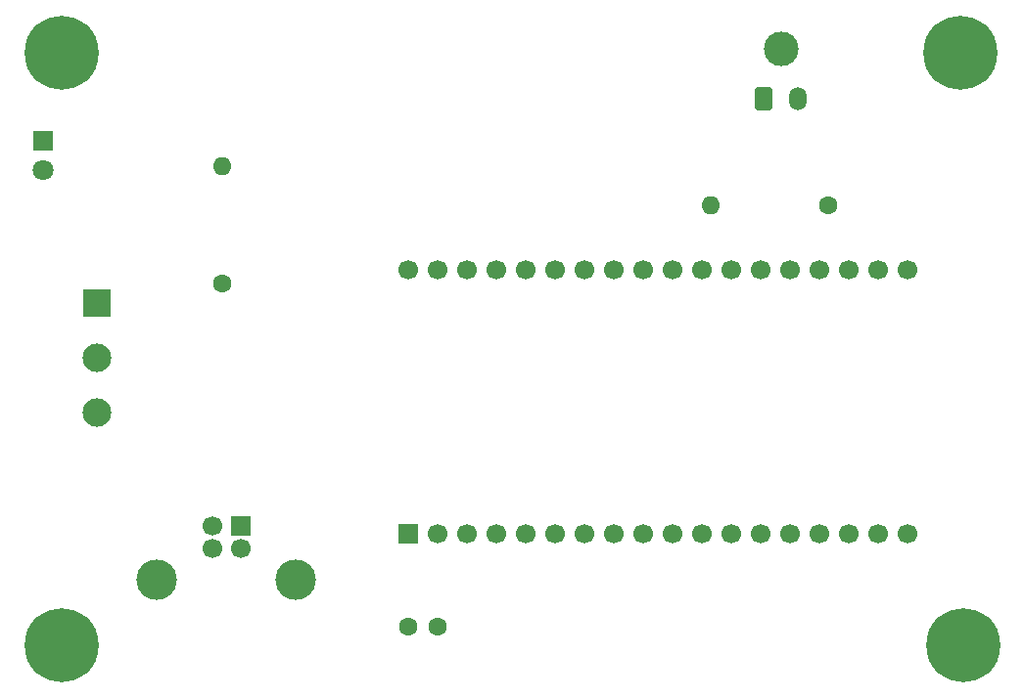
<source format=gts>
G04 #@! TF.GenerationSoftware,KiCad,Pcbnew,(6.0.6)*
G04 #@! TF.CreationDate,2023-04-23T18:47:12-02:30*
G04 #@! TF.ProjectId,EStopTX,4553746f-7054-4582-9e6b-696361645f70,rev?*
G04 #@! TF.SameCoordinates,Original*
G04 #@! TF.FileFunction,Soldermask,Top*
G04 #@! TF.FilePolarity,Negative*
%FSLAX46Y46*%
G04 Gerber Fmt 4.6, Leading zero omitted, Abs format (unit mm)*
G04 Created by KiCad (PCBNEW (6.0.6)) date 2023-04-23 18:47:12*
%MOMM*%
%LPD*%
G01*
G04 APERTURE LIST*
G04 Aperture macros list*
%AMRoundRect*
0 Rectangle with rounded corners*
0 $1 Rounding radius*
0 $2 $3 $4 $5 $6 $7 $8 $9 X,Y pos of 4 corners*
0 Add a 4 corners polygon primitive as box body*
4,1,4,$2,$3,$4,$5,$6,$7,$8,$9,$2,$3,0*
0 Add four circle primitives for the rounded corners*
1,1,$1+$1,$2,$3*
1,1,$1+$1,$4,$5*
1,1,$1+$1,$6,$7*
1,1,$1+$1,$8,$9*
0 Add four rect primitives between the rounded corners*
20,1,$1+$1,$2,$3,$4,$5,0*
20,1,$1+$1,$4,$5,$6,$7,0*
20,1,$1+$1,$6,$7,$8,$9,0*
20,1,$1+$1,$8,$9,$2,$3,0*%
G04 Aperture macros list end*
%ADD10C,0.800000*%
%ADD11C,6.400000*%
%ADD12R,1.800000X1.800000*%
%ADD13C,1.800000*%
%ADD14R,1.700000X1.700000*%
%ADD15C,1.700000*%
%ADD16C,3.500000*%
%ADD17R,2.475000X2.475000*%
%ADD18C,2.475000*%
%ADD19C,1.600000*%
%ADD20O,1.600000X1.600000*%
%ADD21C,3.000000*%
%ADD22RoundRect,0.250001X-0.499999X-0.759999X0.499999X-0.759999X0.499999X0.759999X-0.499999X0.759999X0*%
%ADD23O,1.500000X2.020000*%
G04 APERTURE END LIST*
D10*
X98124944Y-61802944D03*
X101519056Y-65197056D03*
X98124944Y-65197056D03*
X102222000Y-63500000D03*
X97422000Y-63500000D03*
X101519056Y-61802944D03*
X99822000Y-65900000D03*
X99822000Y-61100000D03*
D11*
X99822000Y-63500000D03*
D12*
X98200000Y-71125000D03*
D13*
X98200000Y-73665000D03*
D10*
X175400000Y-114808000D03*
X176102944Y-116505056D03*
X177800000Y-112408000D03*
X180200000Y-114808000D03*
X176102944Y-113110944D03*
X179497056Y-113110944D03*
X179497056Y-116505056D03*
X177800000Y-117208000D03*
D11*
X177800000Y-114808000D03*
D14*
X115350000Y-104447500D03*
D15*
X112850000Y-104447500D03*
X112850000Y-106447500D03*
X115350000Y-106447500D03*
D16*
X120120000Y-109157500D03*
X108080000Y-109157500D03*
D10*
X177546000Y-65900000D03*
D11*
X177546000Y-63500000D03*
D10*
X175848944Y-61802944D03*
X175146000Y-63500000D03*
X177546000Y-61100000D03*
X179946000Y-63500000D03*
X179243056Y-61802944D03*
X179243056Y-65197056D03*
X175848944Y-65197056D03*
D14*
X129794000Y-105156000D03*
D15*
X132334000Y-105156000D03*
X134874000Y-105156000D03*
X137414000Y-105156000D03*
X139954000Y-105156000D03*
X142494000Y-105156000D03*
X145034000Y-105156000D03*
X147574000Y-105156000D03*
X150114000Y-105156000D03*
X152654000Y-105156000D03*
X155194000Y-105156000D03*
X157734000Y-105156000D03*
X160274000Y-105156000D03*
X162814000Y-105156000D03*
X165354000Y-105156000D03*
X167894000Y-105156000D03*
X170434000Y-105156000D03*
X172974000Y-105156000D03*
X129794000Y-82296000D03*
X132334000Y-82296000D03*
X134874000Y-82296000D03*
X137414000Y-82296000D03*
X139954000Y-82296000D03*
X142494000Y-82296000D03*
X145034000Y-82296000D03*
X147574000Y-82296000D03*
X150114000Y-82296000D03*
X152654000Y-82296000D03*
X155194000Y-82296000D03*
X157734000Y-82296000D03*
X160274000Y-82296000D03*
X162814000Y-82296000D03*
X165354000Y-82296000D03*
X167894000Y-82296000D03*
X170434000Y-82296000D03*
X172974000Y-82296000D03*
D17*
X102884500Y-85166000D03*
D18*
X102884500Y-89916000D03*
X102884500Y-94666000D03*
D19*
X129825000Y-113225000D03*
X132325000Y-113225000D03*
X113750000Y-83475000D03*
D20*
X113750000Y-73315000D03*
D21*
X162052000Y-63150000D03*
D22*
X160552000Y-67470000D03*
D23*
X163552000Y-67470000D03*
D10*
X97422000Y-114808000D03*
X99822000Y-117208000D03*
X98124944Y-113110944D03*
D11*
X99822000Y-114808000D03*
D10*
X102222000Y-114808000D03*
X98124944Y-116505056D03*
X101519056Y-113110944D03*
X99822000Y-112408000D03*
X101519056Y-116505056D03*
D19*
X166116000Y-76708000D03*
D20*
X155956000Y-76708000D03*
M02*

</source>
